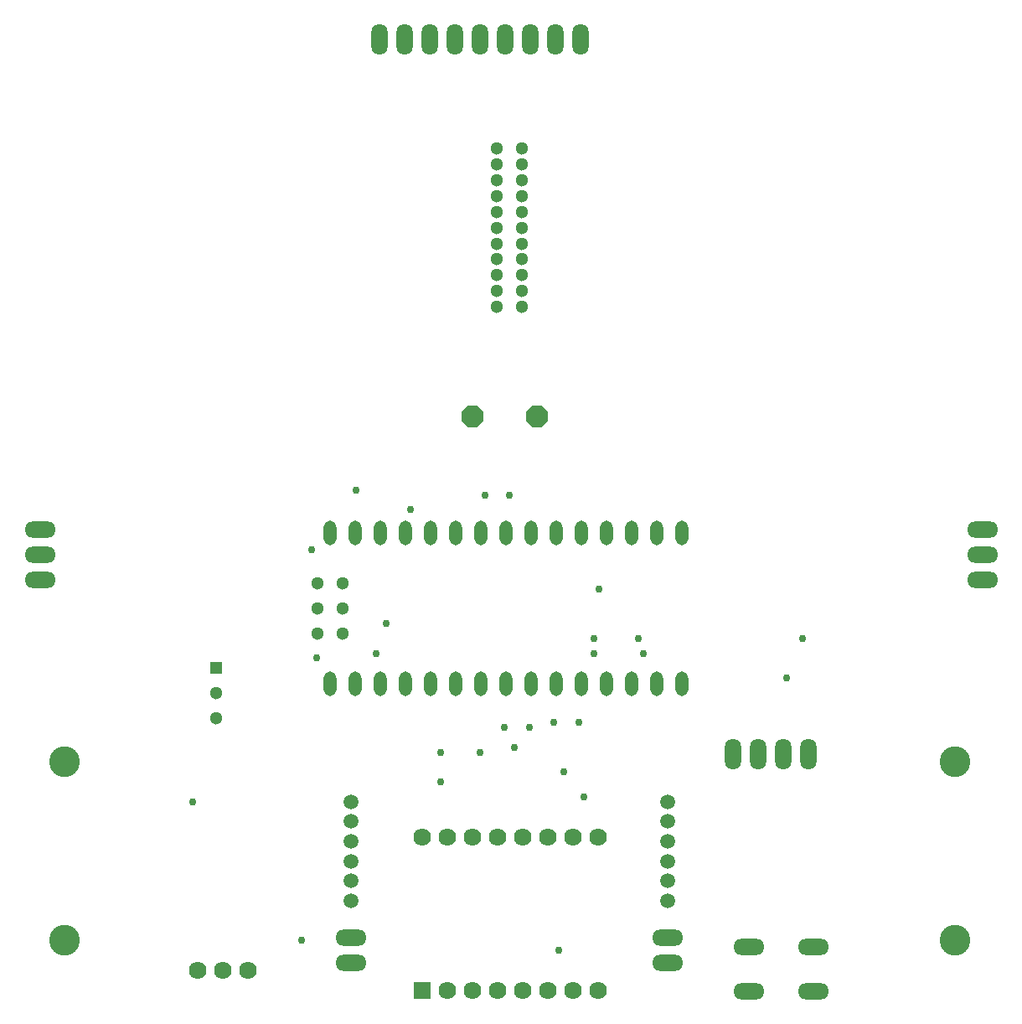
<source format=gbs>
G04 Layer_Color=16711935*
%FSLAX42Y42*%
%MOMM*%
G71*
G01*
G75*
%ADD27O,3.15X1.63*%
%ADD28C,1.30*%
%ADD29R,1.30X1.30*%
%ADD30O,1.30X2.50*%
%ADD31C,1.78*%
%ADD32R,1.78X1.78*%
%ADD33O,1.63X3.15*%
%ADD34C,1.52*%
%ADD35P,2.37X8X22.5*%
%ADD36C,3.10*%
%ADD37C,1.30*%
%ADD38C,0.76*%
D27*
X1600Y-4273D02*
D03*
Y-4527D02*
D03*
X-1600Y-4273D02*
D03*
Y-4527D02*
D03*
X-4746Y-147D02*
D03*
Y-401D02*
D03*
Y-655D02*
D03*
X4779D02*
D03*
Y-401D02*
D03*
Y-147D02*
D03*
X3072Y-4818D02*
D03*
Y-4366D02*
D03*
X2422Y-4818D02*
D03*
Y-4366D02*
D03*
D28*
X-2968Y-2052D02*
D03*
Y-1798D02*
D03*
X-1943Y-1199D02*
D03*
Y-945D02*
D03*
Y-691D02*
D03*
X-1689Y-1199D02*
D03*
Y-945D02*
D03*
Y-691D02*
D03*
D29*
X-2968Y-1544D02*
D03*
D30*
X-800Y-183D02*
D03*
X-546D02*
D03*
X-292D02*
D03*
X-38D02*
D03*
X-1054D02*
D03*
X1232D02*
D03*
X1486D02*
D03*
X1232Y-1707D02*
D03*
X1486D02*
D03*
X1740D02*
D03*
Y-183D02*
D03*
X978D02*
D03*
X724D02*
D03*
X470D02*
D03*
X216D02*
D03*
X-1308D02*
D03*
X-1562D02*
D03*
X-1816D02*
D03*
X978Y-1707D02*
D03*
X724D02*
D03*
X470D02*
D03*
X216D02*
D03*
X-38D02*
D03*
X-292D02*
D03*
X-546D02*
D03*
X-800D02*
D03*
X-1054D02*
D03*
X-1308D02*
D03*
X-1562D02*
D03*
X-1816D02*
D03*
D31*
X892Y-3254D02*
D03*
X638D02*
D03*
X384D02*
D03*
X130D02*
D03*
X-124D02*
D03*
X-378D02*
D03*
X-632D02*
D03*
X892Y-4804D02*
D03*
X638D02*
D03*
X384D02*
D03*
X130D02*
D03*
X-124D02*
D03*
X-378D02*
D03*
X-632D02*
D03*
X-886Y-3254D02*
D03*
X-2645Y-4601D02*
D03*
X-3153D02*
D03*
X-2899D02*
D03*
D32*
X-886Y-4804D02*
D03*
D33*
X-1316Y4800D02*
D03*
X-1062D02*
D03*
X-808D02*
D03*
X-554D02*
D03*
X-300D02*
D03*
X-46D02*
D03*
X208D02*
D03*
X462D02*
D03*
X716D02*
D03*
X3022Y-2420D02*
D03*
X2768D02*
D03*
X2514D02*
D03*
X2260D02*
D03*
D34*
X-1600Y-2900D02*
D03*
Y-3100D02*
D03*
Y-3300D02*
D03*
Y-3500D02*
D03*
Y-3700D02*
D03*
Y-3900D02*
D03*
X1600D02*
D03*
Y-3700D02*
D03*
Y-3500D02*
D03*
Y-3300D02*
D03*
Y-3100D02*
D03*
Y-2900D02*
D03*
D35*
X278Y996D02*
D03*
X-372D02*
D03*
D36*
X-4500Y-2500D02*
D03*
X4500D02*
D03*
X-4500Y-4300D02*
D03*
X4500D02*
D03*
D37*
X-127Y3060D02*
D03*
X126D02*
D03*
Y2900D02*
D03*
X-127D02*
D03*
X126Y3220D02*
D03*
X-127D02*
D03*
X126Y3380D02*
D03*
X-127D02*
D03*
X126Y3540D02*
D03*
X-127D02*
D03*
X126Y3700D02*
D03*
X-127D02*
D03*
Y2740D02*
D03*
X126D02*
D03*
X-127Y2580D02*
D03*
X126D02*
D03*
X-127Y2420D02*
D03*
X126D02*
D03*
X-127Y2100D02*
D03*
X126D02*
D03*
Y2260D02*
D03*
X-127D02*
D03*
D38*
X50Y-2350D02*
D03*
X-1000Y50D02*
D03*
X-2000Y-350D02*
D03*
X900Y-750D02*
D03*
X1300Y-1250D02*
D03*
X850D02*
D03*
X1350Y-1400D02*
D03*
X850D02*
D03*
X-1350D02*
D03*
X-50Y-2150D02*
D03*
X-300Y-2400D02*
D03*
X550Y-2600D02*
D03*
X450Y-2100D02*
D03*
X700D02*
D03*
X750Y-2850D02*
D03*
X200Y-2150D02*
D03*
X-2100Y-4300D02*
D03*
X-1550Y250D02*
D03*
X500Y-4400D02*
D03*
X2800Y-1650D02*
D03*
X2965Y-1250D02*
D03*
X-3200Y-2900D02*
D03*
X-1250Y-1100D02*
D03*
X-1950Y-1450D02*
D03*
X-700Y-2400D02*
D03*
Y-2700D02*
D03*
X-250Y200D02*
D03*
X-0D02*
D03*
M02*

</source>
